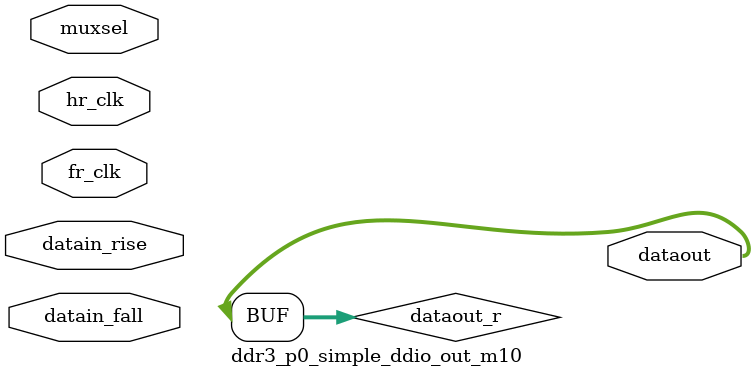
<source format=sv>




`timescale 1 ps / 1 ps

module ddr3_p0_simple_ddio_out_m10(
	hr_clk,
	fr_clk,
	datain_rise,
        datain_fall,
        muxsel,
	dataout
);

// *****************************************************************
// BEGIN PARAMETER SECTION

parameter DATA_WIDTH = ""; 

// END PARAMETER SECTION
// *****************************************************************

input	hr_clk;
input   fr_clk;
input	[DATA_WIDTH-1:0] datain_rise;
input   [DATA_WIDTH-1:0] datain_fall;
input   muxsel;
output	[DATA_WIDTH-1:0] dataout;

generate
genvar i, j;
	(* altera_attribute = {"-name ALLOW_SYNCH_CTRL_USAGE OFF"}*) reg [DATA_WIDTH-1:0] datain_r /* synthesis dont_merge syn_noprune syn_preserve = 1 */;
	(* altera_attribute = {"-name ALLOW_SYNCH_CTRL_USAGE OFF"}*) reg [DATA_WIDTH-1:0] datain_f /* synthesis dont_merge syn_noprune syn_preserve = 1 */;


        always_ff @ (posedge hr_clk )
	begin
		datain_r <= datain_rise;
	end

        always_ff @ (negedge hr_clk)
        begin
                datain_f <= datain_fall;
        end


	reg [DATA_WIDTH-1:0] dataout_r /* synthesis dont_merge syn_noprune syn_preserve = 1 */;
	for (i=0; i<DATA_WIDTH; i=i+1)
	begin: ddio_group

                always_ff @ (posedge fr_clk)
                begin
                        if (muxsel)
                        begin
			        dataout_r[i] <= datain_f;
                        end else begin
                                dataout_r[i] <= datain_r;
                        end
		end
	end
	
	assign dataout = dataout_r;
	
endgenerate
endmodule

</source>
